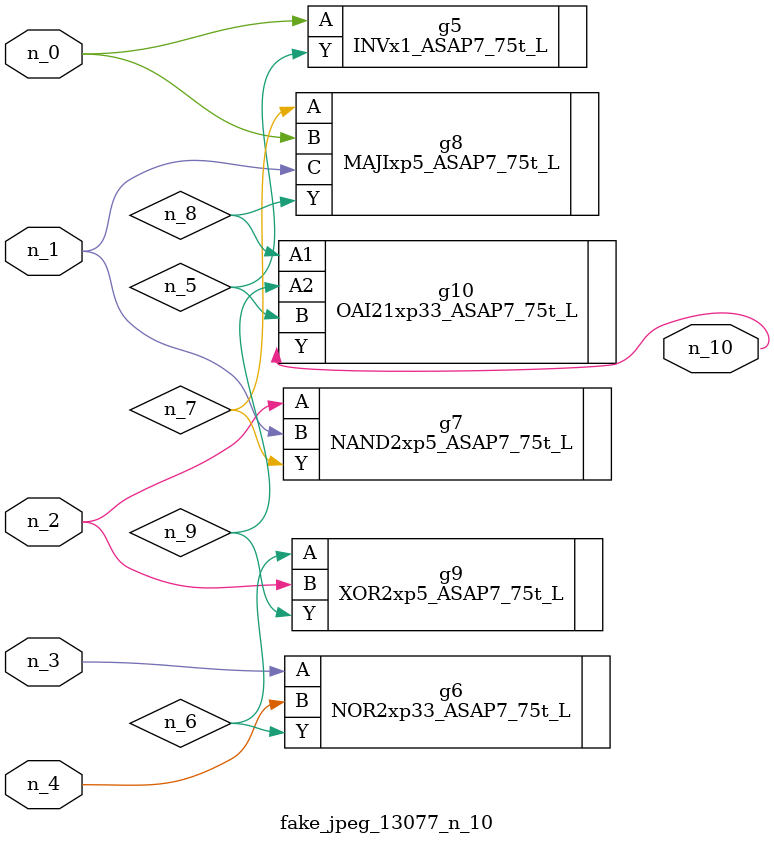
<source format=v>
module fake_jpeg_13077_n_10 (n_3, n_2, n_1, n_0, n_4, n_10);

input n_3;
input n_2;
input n_1;
input n_0;
input n_4;

output n_10;

wire n_8;
wire n_9;
wire n_6;
wire n_5;
wire n_7;

INVx1_ASAP7_75t_L g5 ( 
.A(n_0),
.Y(n_5)
);

NOR2xp33_ASAP7_75t_L g6 ( 
.A(n_3),
.B(n_4),
.Y(n_6)
);

NAND2xp5_ASAP7_75t_L g7 ( 
.A(n_2),
.B(n_1),
.Y(n_7)
);

MAJIxp5_ASAP7_75t_L g8 ( 
.A(n_7),
.B(n_0),
.C(n_1),
.Y(n_8)
);

OAI21xp33_ASAP7_75t_L g10 ( 
.A1(n_8),
.A2(n_9),
.B(n_5),
.Y(n_10)
);

XOR2xp5_ASAP7_75t_L g9 ( 
.A(n_6),
.B(n_2),
.Y(n_9)
);


endmodule
</source>
